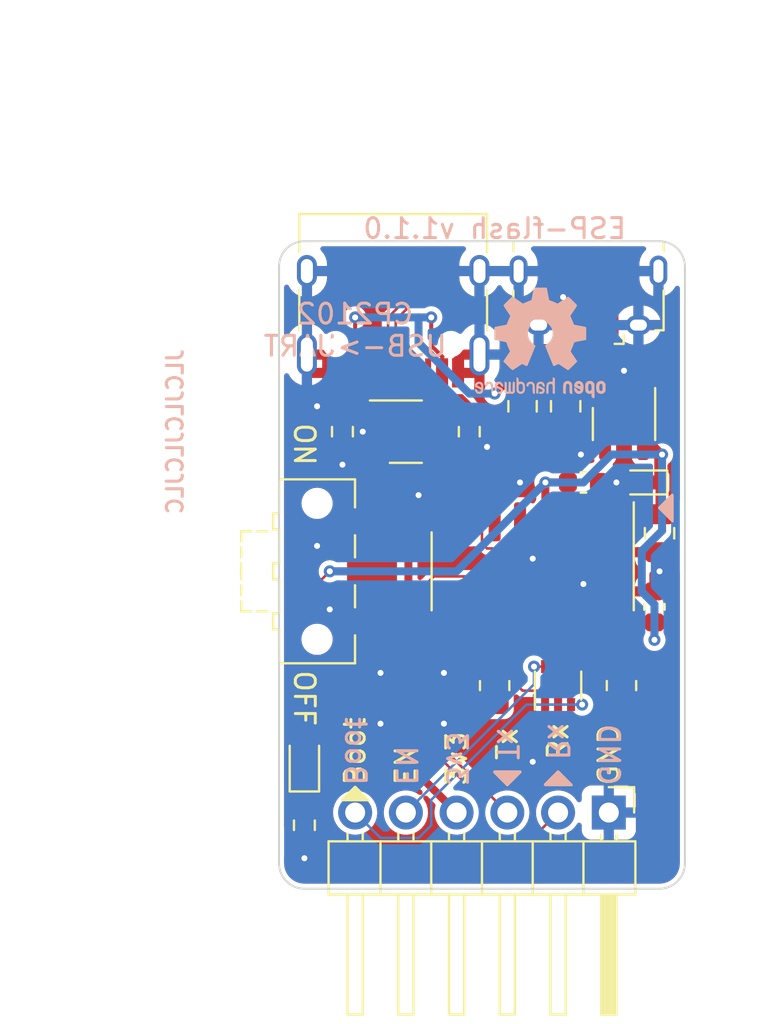
<source format=kicad_pcb>
(kicad_pcb (version 20211014) (generator pcbnew)
  (title_block (title "ESP-flash") (date "2023-01-03") (rev "v1.1.0") (company "OSH") (comment 1 "Drawn by: VGD"))
  (layers (0 "F.Cu" signal) (31 "B.Cu" signal) (34 "B.Paste" user) (35 "F.Paste" user) (36 "B.SilkS" user "B.Silkscreen") (37 "F.SilkS" user "F.Silkscreen") (38 "B.Mask" user) (39 "F.Mask" user) (44 "Edge.Cuts" user))
  (net 0 "")
  (net 1 "VBUS")
  (net 2 "GND")
  (net 3 "+3V3")
  (net 4 "/USB_D+")
  (net 6 "Net-(J102-PadA5)")
  (net 7 "/USB_D-")
  (net 9 "Net-(J102-PadB5)")
  (net 10 "/SER_TX")
  (net 11 "/SER_RX")
  (net 12 "/3v3_{SW}")
  (net 13 "/EN")
  (net 14 "/Boot")
  (net 15 "/RTS")
  (net 16 "Net-(Q101-Pad5)")
  (net 17 "Net-(Q101-Pad2)")
  (net 18 "/DTR")
  (net 26 "Net-(F101-Pad2)")
  (net 30 "Net-(D102-Pad1)")
  (footprint "Resistor_SMD:R_0805_2012Metric" (layer "F.Cu") (at 149.86 59.69 90)
    (fp_text reference "R104" hide)
    (fp_text value "10k")
    (pad "1" smd roundrect locked (at -0.9125 0 90) (size 1.025 1.4) (layers "F.Cu" "F.Paste" "F.Mask") (roundrect_rratio 0.243902) (net 16 "Net-(Q101-Pad5)"))
    (pad "2" smd roundrect locked (at 0.9125 0 90) (size 1.025 1.4) (layers "F.Cu" "F.Paste" "F.Mask") (roundrect_rratio 0.243902) (net 15 "/RTS"))
  )
  (footprint "Connector_USB_custom:USB_Micro-B_Amphenol_10118194_Horizontal" (layer "F.Cu") (at 148.209 40.259 180)
    (fp_text reference "J101" hide)
    (fp_text value "USB_B_Micro")
    (pad "1" smd rect (at -1.3 -1.4 180) (size 0.4 1.35) (layers "F.Cu" "F.Paste" "F.Mask") (net 26 "Net-(F101-Pad2)"))
    (pad "2" smd rect (at -0.65 -1.4 180) (size 0.4 1.35) (layers "F.Cu" "F.Paste" "F.Mask") (net 7 "/USB_D-"))
    (pad "3" smd rect (at 0 -1.4 180) (size 0.4 1.35) (layers "F.Cu" "F.Paste" "F.Mask") (net 4 "/USB_D+"))
    (pad "4" smd rect (at 0.65 -1.4 180) (size 0.4 1.35) (layers "F.Cu" "F.Paste" "F.Mask"))
    (pad "5" smd rect (at 1.3 -1.4 180) (size 0.4 1.35) (layers "F.Cu" "F.Paste" "F.Mask") (net 2 "GND"))
    (pad "6" thru_hole oval (at 2.5 -1.4 180) (size 1.25 0.95) (drill oval 0.85 0.55) (layers *.Cu *.Mask) (net 2 "GND"))
    (pad "6" thru_hole oval (at -2.5 -1.4 180) (size 1.25 0.95) (drill oval 0.85 0.55) (layers *.Cu *.Mask) (net 2 "GND"))
    (pad "6" thru_hole oval (at 3.5 1.3 180) (size 0.89 1.55) (drill oval 0.5 1.15) (layers *.Cu *.Mask) (net 2 "GND"))
    (pad "6" thru_hole oval (at -3.5 1.3 180) (size 0.89 1.55) (drill oval 0.5 1.15) (layers *.Cu *.Mask) (net 2 "GND"))
  )
  (footprint "Capacitor_SMD:C_0603_1608Metric" (layer "F.Cu") (at 147.955 49.53)
    (property "Value" "C14663")
    (fp_text reference "C103" hide)
    (fp_text value "100nF")
    (pad "1" smd roundrect locked (at -0.775 0) (size 0.9 0.95) (layers "F.Cu" "F.Paste" "F.Mask") (net 3 "+3V3"))
    (pad "2" smd roundrect locked (at 0.775 0) (size 0.9 0.95) (layers "F.Cu" "F.Paste" "F.Mask") (net 2 "GND"))
  )
  (footprint "Package_TO_SOT_SMD:SOT-23-6" (layer "F.Cu") (at 139.065 46.99)
    (fp_text reference "U101" hide)
    (fp_text value "ESD PROTECTION")
    (pad "1" smd roundrect locked (at -1.1375 -0.95) (size 1.325 0.6) (layers "F.Cu" "F.Paste" "F.Mask") (net 4 "/USB_D+"))
    (pad "2" smd roundrect locked (at -1.1375 0) (size 1.325 0.6) (layers "F.Cu" "F.Paste" "F.Mask") (net 2 "GND"))
    (pad "3" smd roundrect locked (at -1.1375 0.95) (size 1.325 0.6) (layers "F.Cu" "F.Paste" "F.Mask"))
    (pad "4" smd roundrect locked (at 1.1375 0.95) (size 1.325 0.6) (layers "F.Cu" "F.Paste" "F.Mask"))
    (pad "5" smd roundrect locked (at 1.1375 0) (size 1.325 0.6) (layers "F.Cu" "F.Paste" "F.Mask") (net 1 "VBUS"))
    (pad "6" smd roundrect locked (at 1.1375 -0.95) (size 1.325 0.6) (layers "F.Cu" "F.Paste" "F.Mask") (net 7 "/USB_D-"))
  )
  (footprint "Package_TO_SOT_SMD:SOT-23-5" (layer "F.Cu") (at 149.987 46.609 -90)
    (fp_text reference "U102" hide)
    (fp_text value "TLV75533PDBV")
    (pad "1" smd roundrect locked (at -1.1375 -0.95 270) (size 1.325 0.6) (layers "F.Cu" "F.Paste" "F.Mask") (net 1 "VBUS"))
    (pad "2" smd roundrect locked (at -1.1375 0 270) (size 1.325 0.6) (layers "F.Cu" "F.Paste" "F.Mask") (net 2 "GND"))
    (pad "3" smd roundrect locked (at -1.1375 0.95 270) (size 1.325 0.6) (layers "F.Cu" "F.Paste" "F.Mask") (net 1 "VBUS"))
    (pad "4" smd roundrect locked (at 1.1375 0.95 270) (size 1.325 0.6) (layers "F.Cu" "F.Paste" "F.Mask"))
    (pad "5" smd roundrect locked (at 1.1375 -0.95 270) (size 1.325 0.6) (layers "F.Cu" "F.Paste" "F.Mask") (net 3 "+3V3"))
  )
  (footprint "Package_SO:SOIC-16_3.9x9.9mm_P1.27mm" (layer "F.Cu") (at 145.415 53.975 -90)
    (fp_text reference "U103" hide)
    (fp_text value "CH340C")
    (pad "1" smd roundrect locked (at -2.475 -4.445 270) (size 1.95 0.6) (layers "F.Cu" "F.Paste" "F.Mask") (net 2 "GND"))
    (pad "2" smd roundrect locked (at -2.475 -3.175 270) (size 1.95 0.6) (layers "F.Cu" "F.Paste" "F.Mask") (net 10 "/SER_TX"))
    (pad "3" smd roundrect locked (at -2.475 -1.905 270) (size 1.95 0.6) (layers "F.Cu" "F.Paste" "F.Mask") (net 11 "/SER_RX"))
    (pad "4" smd roundrect locked (at -2.475 -0.635 270) (size 1.95 0.6) (layers "F.Cu" "F.Paste" "F.Mask") (net 3 "+3V3"))
    (pad "5" smd roundrect locked (at -2.475 0.635 270) (size 1.95 0.6) (layers "F.Cu" "F.Paste" "F.Mask") (net 4 "/USB_D+"))
    (pad "6" smd roundrect locked (at -2.475 1.905 270) (size 1.95 0.6) (layers "F.Cu" "F.Paste" "F.Mask") (net 7 "/USB_D-"))
    (pad "7" smd roundrect locked (at -2.475 3.175 270) (size 1.95 0.6) (layers "F.Cu" "F.Paste" "F.Mask"))
    (pad "8" smd roundrect locked (at -2.475 4.445 270) (size 1.95 0.6) (layers "F.Cu" "F.Paste" "F.Mask"))
    (pad "9" smd roundrect locked (at 2.475 4.445 270) (size 1.95 0.6) (layers "F.Cu" "F.Paste" "F.Mask"))
    (pad "10" smd roundrect locked (at 2.475 3.175 270) (size 1.95 0.6) (layers "F.Cu" "F.Paste" "F.Mask"))
    (pad "11" smd roundrect locked (at 2.475 1.905 270) (size 1.95 0.6) (layers "F.Cu" "F.Paste" "F.Mask"))
    (pad "12" smd roundrect locked (at 2.475 0.635 270) (size 1.95 0.6) (layers "F.Cu" "F.Paste" "F.Mask"))
    (pad "13" smd roundrect locked (at 2.475 -0.635 270) (size 1.95 0.6) (layers "F.Cu" "F.Paste" "F.Mask") (net 18 "/DTR"))
    (pad "14" smd roundrect locked (at 2.475 -1.905 270) (size 1.95 0.6) (layers "F.Cu" "F.Paste" "F.Mask") (net 15 "/RTS"))
    (pad "15" smd roundrect locked (at 2.475 -3.175 270) (size 1.95 0.6) (layers "F.Cu" "F.Paste" "F.Mask"))
    (pad "16" smd roundrect locked (at 2.475 -4.445 270) (size 1.95 0.6) (layers "F.Cu" "F.Paste" "F.Mask") (net 3 "+3V3"))
  )
  (footprint "Diode_SMD:D_SOD-523" (layer "F.Cu") (at 151.003 49.53 180)
    (fp_text reference "D101" hide)
    (fp_text value "ESD5Z3.3T1G")
    (pad "1" smd rect locked (at -0.7 0) (size 0.6 0.7) (layers "F.Cu" "F.Paste" "F.Mask") (net 3 "+3V3"))
    (pad "2" smd rect locked (at 0.7 0) (size 0.6 0.7) (layers "F.Cu" "F.Paste" "F.Mask") (net 2 "GND"))
  )
  (footprint "Capacitor_SMD:C_0603_1608Metric" (layer "F.Cu") (at 151.511 55.753 90)
    (property "Value" "10nF")
    (fp_text reference "C104" hide)
    (fp_text value "100nF")
    (pad "1" smd roundrect locked (at -0.775 0 90) (size 0.9 0.95) (layers "F.Cu" "F.Paste" "F.Mask") (net 3 "+3V3"))
    (pad "2" smd roundrect locked (at 0.775 0 90) (size 0.9 0.95) (layers "F.Cu" "F.Paste" "F.Mask") (net 2 "GND"))
  )
  (footprint "Resistor_SMD:R_0603_1608Metric" (layer "F.Cu") (at 133.985 66.675 -90)
    (fp_text reference "R105" hide)
    (fp_text value "10kΩ")
    (pad "1" smd roundrect locked (at -0.825 0 270) (size 0.8 0.95) (layers "F.Cu" "F.Paste" "F.Mask") (net 30 "Net-(D102-Pad1)"))
    (pad "2" smd roundrect locked (at 0.825 0 270) (size 0.8 0.95) (layers "F.Cu" "F.Paste" "F.Mask") (net 2 "GND"))
  )
  (footprint "Resistor_SMD:R_0603_1608Metric" (layer "F.Cu") (at 142.24 46.99 90)
    (fp_text reference "R102" hide)
    (fp_text value "5.1k")
    (pad "1" smd roundrect locked (at -0.825 0 90) (size 0.8 0.95) (layers "F.Cu" "F.Paste" "F.Mask") (net 2 "GND"))
    (pad "2" smd roundrect locked (at 0.825 0 90) (size 0.8 0.95) (layers "F.Cu" "F.Paste" "F.Mask") (net 6 "Net-(J102-PadA5)"))
  )
  (footprint "Capacitor_SMD:C_0805_2012Metric" (layer "F.Cu") (at 151.765 52.07 -90)
    (fp_text reference "C102" hide)
    (fp_text value "4.7uF/6V")
    (pad "1" smd roundrect locked (at -0.95 0 270) (size 1 1.45) (layers "F.Cu" "F.Paste" "F.Mask") (net 3 "+3V3"))
    (pad "2" smd roundrect locked (at 0.95 0 270) (size 1 1.45) (layers "F.Cu" "F.Paste" "F.Mask") (net 2 "GND"))
  )
  (footprint "Package_TO_SOT_SMD:SOT-363_SC-70-6" (layer "F.Cu") (at 146.685 59.69 90)
    (fp_text reference "Q101" hide)
    (fp_text value "MMDT3904")
    (pad "1" smd rect locked (at -0.95 -0.65 90) (size 0.65 0.4) (layers "F.Cu" "F.Paste" "F.Mask") (net 15 "/RTS"))
    (pad "2" smd rect locked (at -0.95 0 90) (size 0.65 0.4) (layers "F.Cu" "F.Paste" "F.Mask") (net 17 "Net-(Q101-Pad2)"))
    (pad "3" smd rect locked (at -0.95 0.65 90) (size 0.65 0.4) (layers "F.Cu" "F.Paste" "F.Mask") (net 14 "/Boot"))
    (pad "4" smd rect locked (at 0.95 0.65 90) (size 0.65 0.4) (layers "F.Cu" "F.Paste" "F.Mask") (net 18 "/DTR"))
    (pad "5" smd rect locked (at 0.95 0 90) (size 0.65 0.4) (layers "F.Cu" "F.Paste" "F.Mask") (net 16 "Net-(Q101-Pad5)"))
    (pad "6" smd rect locked (at 0.95 -0.65 90) (size 0.65 0.4) (layers "F.Cu" "F.Paste" "F.Mask") (net 13 "/EN"))
  )
  (footprint "LED_SMD:LED_0603_1608Metric" (layer "F.Cu") (at 133.985 63.5 90)
    (fp_text reference "D102" hide)
    (fp_text value "GREEN")
    (pad "1" smd roundrect locked (at -0.7875 0 90) (size 0.875 0.95) (layers "F.Cu" "F.Paste" "F.Mask") (net 30 "Net-(D102-Pad1)"))
    (pad "2" smd roundrect locked (at 0.7875 0 90) (size 0.875 0.95) (layers "F.Cu" "F.Paste" "F.Mask") (net 3 "+3V3"))
  )
  (footprint "Capacitor_SMD:C_0805_2012Metric" (layer "F.Cu") (at 147.066 45.72 90)
    (fp_text reference "C101" hide)
    (fp_text value "1uF/10V")
    (pad "1" smd roundrect locked (at -0.95 0 90) (size 1 1.45) (layers "F.Cu" "F.Paste" "F.Mask") (net 1 "VBUS"))
    (pad "2" smd roundrect locked (at 0.95 0 90) (size 1 1.45) (layers "F.Cu" "F.Paste" "F.Mask") (net 2 "GND"))
  )
  (footprint "Button_Switch_SMD:SW_SPDT_CK-JS102011SAQN" (layer "F.Cu") (at 134.62 53.975 -90)
    (fp_text reference "SW101" hide)
    (fp_text value "SW_SPDT")
    (pad "" np_thru_hole circle (at -3.4 0 270) (size 0.9 0.9) (drill 0.9) (layers *.Cu *.Mask))
    (pad "" np_thru_hole circle (at 3.4 0 270) (size 0.9 0.9) (drill 0.9) (layers *.Cu *.Mask))
    (pad "1" smd rect (at -2.5 -2.75 270) (size 1.25 2.5) (layers "F.Cu" "F.Paste" "F.Mask") (net 12 "/3v3_{SW}"))
    (pad "2" smd rect (at 0 -2.75 270) (size 1.25 2.5) (layers "F.Cu" "F.Paste" "F.Mask") (net 3 "+3V3"))
    (pad "3" smd rect (at 2.5 -2.75 270) (size 1.25 2.5) (layers "F.Cu" "F.Paste" "F.Mask") (net 30 "Net-(D102-Pad1)"))
  )
  (footprint "Resistor_SMD:R_0603_1608Metric" (layer "F.Cu") (at 135.89 46.99 90)
    (fp_text reference "R101" hide)
    (fp_text value "5.1k")
    (pad "1" smd roundrect locked (at -0.825 0 90) (size 0.8 0.95) (layers "F.Cu" "F.Paste" "F.Mask") (net 2 "GND"))
    (pad "2" smd roundrect locked (at 0.825 0 90) (size 0.8 0.95) (layers "F.Cu" "F.Paste" "F.Mask") (net 9 "Net-(J102-PadB5)"))
  )
  (footprint "Fuse:Fuse_0805_2012Metric_Pad1.15x1.40mm_HandSolder" (layer "F.Cu") (at 144.907 45.72 90)
    (fp_text reference "F101" hide)
    (fp_text value "0ZCK0050FF2E (TLC-PSMD050)")
    (pad "1" smd roundrect locked (at -1.025 0 90) (size 1.15 1.4) (layers "F.Cu" "F.Paste" "F.Mask") (roundrect_rratio 0.217391) (net 1 "VBUS"))
    (pad "2" smd roundrect locked (at 1.025 0 90) (size 1.15 1.4) (layers "F.Cu" "F.Paste" "F.Mask") (roundrect_rratio 0.217391) (net 26 "Net-(F101-Pad2)"))
  )
  (footprint "Connector_USB:USB_C_Receptacle_HRO_TYPE-C-31-M-12" (layer "F.Cu") (at 138.43 40.005 180)
    (fp_text reference "J102" hide)
    (fp_text value "USB_C_Receptacle_USB2.0")
    (pad "" np_thru_hole circle locked (at 2.89 -2.6 180) (size 0.65 0.65) (drill 0.65) (layers *.Cu *.Mask))
    (pad "" np_thru_hole circle locked (at -2.89 -2.6 180) (size 0.65 0.65) (drill 0.65) (layers *.Cu *.Mask))
    (pad "A1" smd rect locked (at -3.25 -4.045 180) (size 0.6 1.45) (layers "F.Cu" "F.Paste" "F.Mask") (net 2 "GND"))
    (pad "A4" smd rect locked (at -2.45 -4.045 180) (size 0.6 1.45) (layers "F.Cu" "F.Paste" "F.Mask") (net 26 "Net-(F101-Pad2)"))
    (pad "A5" smd rect locked (at -1.25 -4.045 180) (size 0.3 1.45) (layers "F.Cu" "F.Paste" "F.Mask") (net 6 "Net-(J102-PadA5)"))
    (pad "A6" smd rect locked (at -0.25 -4.045 180) (size 0.3 1.45) (layers "F.Cu" "F.Paste" "F.Mask") (net 4 "/USB_D+"))
    (pad "A7" smd rect locked (at 0.25 -4.045 180) (size 0.3 1.45) (layers "F.Cu" "F.Paste" "F.Mask") (net 7 "/USB_D-"))
    (pad "A8" smd rect locked (at 1.25 -4.045 180) (size 0.3 1.45) (layers "F.Cu" "F.Paste" "F.Mask"))
    (pad "A9" smd rect locked (at 2.45 -4.045 180) (size 0.6 1.45) (layers "F.Cu" "F.Paste" "F.Mask") (net 26 "Net-(F101-Pad2)"))
    (pad "A12" smd rect locked (at 3.25 -4.045 180) (size 0.6 1.45) (layers "F.Cu" "F.Paste" "F.Mask") (net 2 "GND"))
    (pad "B1" smd rect locked (at 3.25 -4.045 180) (size 0.6 1.45) (layers "F.Cu" "F.Paste" "F.Mask") (net 2 "GND"))
    (pad "B4" smd rect locked (at 2.45 -4.045 180) (size 0.6 1.45) (layers "F.Cu" "F.Paste" "F.Mask") (net 26 "Net-(F101-Pad2)"))
    (pad "B5" smd rect locked (at 1.75 -4.045 180) (size 0.3 1.45) (layers "F.Cu" "F.Paste" "F.Mask") (net 9 "Net-(J102-PadB5)"))
    (pad "B6" smd rect locked (at 0.75 -4.045 180) (size 0.3 1.45) (layers "F.Cu" "F.Paste" "F.Mask") (net 4 "/USB_D+"))
    (pad "B7" smd rect locked (at -0.75 -4.045 180) (size 0.3 1.45) (layers "F.Cu" "F.Paste" "F.Mask") (net 7 "/USB_D-"))
    (pad "B8" smd rect locked (at -1.75 -4.045 180) (size 0.3 1.45) (layers "F.Cu" "F.Paste" "F.Mask"))
    (pad "B9" smd rect locked (at -2.45 -4.045 180) (size 0.6 1.45) (layers "F.Cu" "F.Paste" "F.Mask") (net 26 "Net-(F101-Pad2)"))
    (pad "B12" smd rect locked (at -3.25 -4.045 180) (size 0.6 1.45) (layers "F.Cu" "F.Paste" "F.Mask") (net 2 "GND"))
    (pad "S1" thru_hole oval locked (at 4.32 1.05 180) (size 1 1.6) (drill oval 0.6 1.2) (layers *.Cu *.Mask) (net 2 "GND"))
    (pad "S1" thru_hole oval locked (at -4.32 -3.13 180) (size 1 2.1) (drill oval 0.6 1.7) (layers *.Cu *.Mask) (net 2 "GND"))
    (pad "S1" thru_hole oval locked (at 4.32 -3.13 180) (size 1 2.1) (drill oval 0.6 1.7) (layers *.Cu *.Mask) (net 2 "GND"))
    (pad "S1" thru_hole oval locked (at -4.32 1.05 180) (size 1 1.6) (drill oval 0.6 1.2) (layers *.Cu *.Mask) (net 2 "GND"))
  )
  (footprint "Connector_PinHeader_2.54mm:PinHeader_1x06_P2.54mm_Horizontal" (layer "F.Cu") (at 149.225 66.04 -90)
    (fp_text reference "J103" hide)
    (fp_text value "Conn_01x06")
    (pad "1" thru_hole rect locked (at 0 0 270) (size 1.7 1.7) (drill 1) (layers *.Cu *.Mask) (net 2 "GND"))
    (pad "2" thru_hole oval locked (at 0 2.54 270) (size 1.7 1.7) (drill 1) (layers *.Cu *.Mask) (net 11 "/SER_RX"))
    (pad "3" thru_hole oval locked (at 0 5.08 270) (size 1.7 1.7) (drill 1) (layers *.Cu *.Mask) (net 10 "/SER_TX"))
    (pad "4" thru_hole oval locked (at 0 7.62 270) (size 1.7 1.7) (drill 1) (layers *.Cu *.Mask) (net 12 "/3v3_{SW}"))
    (pad "5" thru_hole oval locked (at 0 10.16 270) (size 1.7 1.7) (drill 1) (layers *.Cu *.Mask) (net 13 "/EN"))
    (pad "6" thru_hole oval locked (at 0 12.7 270) (size 1.7 1.7) (drill 1) (layers *.Cu *.Mask) (net 14 "/Boot"))
  )
  (footprint "Resistor_SMD:R_0805_2012Metric" (layer "F.Cu") (at 143.51 59.69 -90)
    (fp_text reference "R103" hide)
    (fp_text value "10k")
    (pad "1" smd roundrect locked (at -0.9125 0 270) (size 1.025 1.4) (layers "F.Cu" "F.Paste" "F.Mask") (roundrect_rratio 0.243902) (net 17 "Net-(Q101-Pad2)"))
    (pad "2" smd roundrect locked (at 0.9125 0 270) (size 1.025 1.4) (layers "F.Cu" "F.Paste" "F.Mask") (roundrect_rratio 0.243902) (net 18 "/DTR"))
  )
  (footprint "Symbol:OSHW-Logo2_7.3x6mm_SilkScreen" (layer "B.Cu") (at 145.796 42.545 180)
    (fp_text reference "LOGO101" hide)
    (fp_text value "Open_Hardware" hide)
  )
  (gr_poly (pts (xy 152.4 50.165) (xy 152.4 51.435) (xy 151.765 50.8)) (layer "B.SilkS") (width 0.15) (fill solid))
  (gr_poly (pts (xy 147.32 64.643) (xy 146.05 64.643) (xy 146.685 64.008)) (layer "B.SilkS") (width 0.15) (fill solid))
  (gr_poly (pts (xy 144.145 64.643) (xy 143.51 64.008) (xy 144.78 64.008)) (layer "B.SilkS") (width 0.15) (fill solid))
  (gr_poly (pts (xy 146.05 64.643) (xy 147.32 64.643) (xy 146.685 64.008)) (layer "F.SilkS") (width 0.15) (fill solid))
  (gr_poly (pts (xy 144.145 64.643) (xy 144.78 64.008) (xy 143.51 64.008)) (layer "F.SilkS") (width 0.15) (fill solid))
  (gr_poly (pts (xy 136.525 64.77) (xy 135.89 65.405) (xy 137.16 65.405)) (layer "F.SilkS") (width 0.15) (fill solid))
  (gr_line (start 133.985 69.85) (end 151.765 69.85) (layer "Edge.Cuts") (width 0.1))
  (gr_arc (start 133.985 69.85) (mid 133.086974 69.478026) (end 132.715 68.58) (layer "Edge.Cuts") (width 0.1))
  (gr_line (start 153.035 68.58) (end 153.035 38.735) (layer "Edge.Cuts") (width 0.1))
  (gr_line (start 151.765 37.465) (end 133.985 37.465) (layer "Edge.Cuts") (width 0.1))
  (gr_arc (start 132.715 38.735) (mid 133.086974 37.836974) (end 133.985 37.465) (layer "Edge.Cuts") (width 0.1))
  (gr_arc (start 151.765 37.465) (mid 152.663026 37.836974) (end 153.035 38.735) (layer "Edge.Cuts") (width 0.1))
  (gr_line (start 132.715 38.735) (end 132.715 68.58) (layer "Edge.Cuts") (width 0.1))
  (gr_arc (start 153.035 68.58) (mid 152.663026 69.478026) (end 151.765 69.85) (layer "Edge.Cuts") (width 0.1))
  (gr_text "Rx" (at 146.685 63.5 270) (layer "B.SilkS") (effects (font (size 1 1)) (justify left mirror)))
  (gr_text "EN" (at 139.078775 64.762075 270) (layer "B.SilkS") (effects (font (size 1 1)) (justify left mirror)))
  (gr_text "${TITLE} ${REVISION}" (at 143.51 36.83) (layer "B.SilkS") (effects (font (size 1 1)) (justify mirror)))
  (gr_text "Boot" (at 136.538775 64.762075 270) (layer "B.SilkS") (effects (font (size 1 1)) (justify left mirror)))
  (gr_text "Tx" (at 144.145 63.5 270) (layer "B.SilkS") (effects (font (size 1 1)) (justify left mirror)))
  (gr_text "JLCJLCJLCJLC" (at 127.508 46.99 90) (layer "B.SilkS") (effects (font (size 0.8 0.8)) (justify mirror)))
  (gr_text "CP2102\nUSB->UART" (at 136.525 41.91) (layer "B.SilkS") (effects (font (size 1 1)) (justify mirror)))
  (gr_text "GND" (at 149.225 64.77 270) (layer "B.SilkS") (effects (font (size 1 1)) (justify left mirror)))
  (gr_text "3v3" (at 141.605 64.77 270) (layer "B.SilkS") (effects (font (size 1 1)) (justify left mirror)))
  (gr_text "ON" (at 133.985 47.625 270) (layer "F.SilkS") (effects (font (size 1 1))))
  (gr_text "Tx" (at 144.145 63.5 90) (layer "F.SilkS") (effects (font (size 1 1)) (justify left)))
  (gr_text "Boot" (at 136.525 64.77 90) (layer "F.SilkS") (effects (font (size 1 1)) (justify left)))
  (gr_text "GND" (at 149.225 64.77 90) (layer "F.SilkS") (effects (font (size 1 1)) (justify left)))
  (gr_text "EN" (at 139.065 64.77 90) (layer "F.SilkS") (effects (font (size 1 1)) (justify left)))
  (gr_text "Rx" (at 146.685 63.5 90) (layer "F.SilkS") (effects (font (size 1 1)) (justify left)))
  (gr_text "OFF" (at 133.985 60.325 270) (layer "F.SilkS") (effects (font (size 1 1))))
  (gr_text "3v3" (at 141.605 64.77 90) (layer "F.SilkS") (effects (font (size 1 1)) (justify left)))
  (segment (start 150.937 45.4715) (end 150.937 46.294) (width 0.4) (layer "F.Cu") (net 1))
  (segment (start 149.098 46.609) (end 149.037 46.548) (width 0.4) (layer "F.Cu") (net 1))
  (segment (start 147.188 46.548) (end 147.066 46.67) (width 0.4) (layer "F.Cu") (net 1))
  (segment (start 150.622 46.609) (end 149.098 46.609) (width 0.4) (layer "F.Cu") (net 1))
  (segment (start 149.037 45.4715) (end 149.037 46.548) (width 0.4) (layer "F.Cu") (net 1))
  (segment (start 143.002 46.99) (end 143.322 46.67) (width 0.4) (layer "F.Cu") (net 1))
  (segment (start 150.937 46.294) (end 150.622 46.609) (width 0.4) (layer "F.Cu") (net 1))
  (segment (start 149.037 46.548) (end 147.188 46.548) (width 0.4) (layer "F.Cu") (net 1))
  (segment (start 143.322 46.67) (end 147.066 46.67) (width 0.4) (layer "F.Cu") (net 1))
  (segment (start 140.2025 46.99) (end 143.002 46.99) (width 0.4) (layer "F.Cu") (net 1))
  (segment (start 133.985 67.5) (end 133.985 68.326) (width 0.2) (layer "F.Cu") (net 2))
  (segment (start 146.909 40.289) (end 146.939 40.259) (width 0.4) (layer "F.Cu") (net 2))
  (segment (start 142.24 47.815) (end 143.066 47.815) (width 0.2) (layer "F.Cu") (net 2))
  (segment (start 143.066 47.815) (end 143.129 47.752) (width 0.2) (layer "F.Cu") (net 2))
  (segment (start 151.511 54.229) (end 151.765 53.975) (width 0.2) (layer "F.Cu") (net 2))
  (segment (start 135.89 47.815) (end 135.89 48.641) (width 0.2) (layer "F.Cu") (net 2))
  (segment (start 151.765 53.02) (end 151.765 53.975) (width 0.2) (layer "F.Cu") (net 2))
  (segment (start 149.606 50.038) (end 149.606 49.53) (width 0.4) (layer "F.Cu") (net 2))
  (segment (start 137.9275 46.99) (end 136.906 46.99) (width 0.2) (layer "F.Cu") (net 2))
  (segment (start 149.86 51.5) (end 149.86 50.292) (width 0.4) (layer "F.Cu") (net 2))
  (segment (start 150.303 49.53) (end 149.606 49.53) (width 0.2) (layer "F.Cu") (net 2))
  (segment (start 147.254 44.77) (end 147.828 44.196) (width 0.4) (layer "F.Cu") (net 2))
  (segment (start 149.479 43.942) (end 149.987 43.942) (width 0.4) (layer "F.Cu") (net 2))
  (segment (start 147.066 44.77) (end 147.254 44.77) (width 0.4) (layer "F.Cu") (net 2))
  (segment (start 149.86 50.292) (end 149.606 50.038) (width 0.4) (layer "F.Cu") (net 2))
  (segment (start 151.511 54.978) (end 151.511 54.229) (width 0.2) (layer "F.Cu") (net 2))
  (segment (start 149.225 44.196) (end 149.479 43.942) (width 0.4) (layer "F.Cu") (net 2))
  (segment (start 146.909 41.659) (end 146.909 40.289) (width 0.4) (layer "F.Cu") (net 2))
  (segment (start 149.987 45.4715) (end 149.987 43.942) (width 0.2) (layer "F.Cu") (net 2))
  (segment (start 147.828 44.196) (end 149.225 44.196) (width 0.4) (layer "F.Cu") (net 2))
  (segment (start 148.73 49.53) (end 149.606 49.53) (width 0.2) (layer "F.Cu") (net 2))
  (via (at 145.415 53.34) (size 0.6) (drill 0.3) (layers "F.Cu" "B.Cu") (net 2))
  (via (at 145.415 63.5) (size 0.6) (drill 0.3) (layers "F.Cu" "B.Cu") (net 2))
  (via (at 149.606 49.53) (size 0.6) (drill 0.3) (layers "F.Cu" "B.Cu") (net 2))
  (via (at 144.78 49.53) (size 0.6) (drill 0.3) (layers "F.Cu" "B.Cu") (net 2))
  (via (at 151.765 53.975) (size 0.6) (drill 0.3) (layers "F.Cu" "B.Cu") (net 2))
  (via (at 146.939 40.259) (size 0.6) (drill 0.3) (layers "F.Cu" "B.Cu") (net 2))
  (via (at 135.89 48.641) (size 0.6) (drill 0.3) (layers "F.Cu" "B.Cu") (net 2))
  (via (at 135.255 55.88) (size 0.6) (drill 0.3) (layers "F.Cu" "B.Cu") (net 2))
  (via (at 147.828 48.133) (size 0.6) (drill 0.3) (layers "F.Cu" "B.Cu") (net 2))
  (via (at 139.7 50.165) (size 0.6) (drill 0.3) (layers "F.Cu" "B.Cu") (net 2))
  (via (at 137.795 61.595) (size 0.6) (drill 0.3) (layers "F.Cu" "B.Cu") (net 2))
  (via (at 136.906 46.99) (size 0.6) (drill 0.3) (layers "F.Cu" "B.Cu") (net 2))
  (via (at 149.987 43.942) (size 0.6) (drill 0.3) (layers "F.Cu" "B.Cu") (net 2))
  (via (at 134.62 52.705) (size 0.6) (drill 0.3) (layers "F.Cu" "B.Cu") (net 2))
  (via (at 147.955 54.61) (size 0.6) (drill 0.3) (layers "F.Cu" "B.Cu") (net 2))
  (via (at 140.97 59.055) (size 0.6) (drill 0.3) (layers "F.Cu" "B.Cu") (net 2))
  (via (at 133.985 68.326) (size 0.6) (drill 0.3) (layers "F.Cu" "B.Cu") (net 2))
  (via (at 137.795 59.055) (size 0.6) (drill 0.3) (layers "F.Cu" "B.Cu") (net 2))
  (via (at 143.129 47.752) (size 0.6) (drill 0.3) (layers "F.Cu" "B.Cu") (net 2))
  (via (at 134.62 45.72) (size 0.6) (drill 0.3) (layers "F.Cu" "B.Cu") (net 2))
  (via (at 140.97 61.595) (size 0.6) (drill 0.3) (layers "F.Cu" "B.Cu") (net 2))
  (segment (start 150.937 47.7465) (end 151.5055 47.7465) (width 0.4) (layer "F.Cu") (net 3))
  (segment (start 146.05 51.5) (end 146.05 49.53) (width 0.4) (layer "F.Cu") (net 3))
  (segment (start 146.05 49.53) (end 147.18 49.53) (width 0.4) (layer "F.Cu") (net 3))
  (segment (start 151.765 51.12) (end 151.765 49.592) (width 0.4) (layer "F.Cu") (net 3))
  (segment (start 151.433 56.45) (end 151.511 56.528) (width 0.4) (layer "F.Cu") (net 3))
  (segment (start 151.703 49.53) (end 151.703 48.322) (width 0.4) (layer "F.Cu") (net 3))
  (segment (start 137.37 53.975) (end 135.255 53.975) (width 0.4) (layer "F.Cu") (net 3))
  (segment (start 151.511 56.528) (end 151.511 57.404) (width 0.4) (layer "F.Cu") (net 3))
  (segment (start 133.604 59.309) (end 133.985 59.69) (width 0.127) (layer "F.Cu") (net 3))
  (segment (start 133.604 55.626) (end 133.604 59.309) (width 0.127) (layer "F.Cu") (net 3))
  (segment (start 133.985 59.69) (end 133.985 62.7125) (width 0.127) (layer "F.Cu") (net 3))
  (segment (start 151.703 48.322) (end 151.892 48.133) (width 0.4) (layer "F.Cu") (net 3))
  (segment (start 135.255 53.975) (end 133.604 55.626) (width 0.127) (layer "F.Cu") (net 3))
  (segment (start 151.765 49.592) (end 151.703 49.53) (width 0.4) (layer "F.Cu") (net 3))
  (segment (start 149.86 56.45) (end 151.433 56.45) (width 0.4) (layer "F.Cu") (net 3))
  (segment (start 151.5055 47.7465) (end 151.892 48.133) (width 0.4) (layer "F.Cu") (net 3))
  (via (at 151.892 48.133) (size 0.6) (drill 0.3) (layers "F.Cu" "B.Cu") (net 3))
  (via (at 146.05 49.53) (size 0.6) (drill 0.3) (layers "F.Cu" "B.Cu") (net 3))
  (via (at 151.511 57.404) (size 0.6) (drill 0.3) (layers "F.Cu" "B.Cu") (net 3))
  (via (at 135.255 53.975) (size 0.6) (drill 0.3) (layers "F.Cu" "B.Cu") (net 3))
  (segment (start 150.876 54.991) (end 151.511 55.626) (width 0.4) (layer "B.Cu") (net 3))
  (segment (start 150.876 52.959) (end 150.876 54.991) (width 0.4) (layer "B.Cu") (net 3))
  (segment (start 147.955 49.53) (end 146.05 49.53) (width 0.4) (layer "B.Cu") (net 3))
  (segment (start 146.05 49.53) (end 141.605 53.975) (width 0.4) (layer "B.Cu") (net 3))
  (segment (start 151.892 48.133) (end 151.892 51.943) (width 0.4) (layer "B.Cu") (net 3))
  (segment (start 151.892 51.943) (end 150.876 52.959) (width 0.4) (layer "B.Cu") (net 3))
  (segment (start 149.352 48.133) (end 147.955 49.53) (width 0.4) (layer "B.Cu") (net 3))
  (segment (start 141.605 53.975) (end 135.255 53.975) (width 0.4) (layer "B.Cu") (net 3))
  (segment (start 151.892 48.133) (end 149.352 48.133) (width 0.4) (layer "B.Cu") (net 3))
  (segment (start 151.511 55.626) (end 151.511 57.404) (width 0.4) (layer "B.Cu") (net 3))
  (segment (start 145.034 42.672) (end 143.256 40.894) (width 0.127) (layer "F.Cu") (net 4))
  (segment (start 137.68 45.097) (end 137.791 45.208) (width 0.127) (layer "F.Cu") (net 4))
  (segment (start 138.877 46.04) (end 138.938 46.101) (width 0.127) (layer "F.Cu") (net 4))
  (segment (start 137.9275 46.04) (end 138.877 46.04) (width 0.127) (layer "F.Cu") (net 4))
  (segment (start 142.621 49.276) (end 142.875 49.53) (width 0.127) (layer "F.Cu") (net 4))
  (segment (start 141.732 40.894) (end 140.843 40.005) (width 0.127) (layer "F.Cu") (net 4))
  (segment (start 143.129 52.832) (end 144.526 52.832) (width 0.127) (layer "F.Cu") (net 4))
  (segment (start 147.998 42.672) (end 145.034 42.672) (width 0.127) (layer "F.Cu") (net 4))
  (segment (start 138.938 48.514) (end 139.7 49.276) (width 0.127) (layer "F.Cu") (net 4))
  (segment (start 139.446 40.005) (end 138.176 41.275) (width 0.127) (layer "F.Cu") (net 4))
  (segment (start 137.791 45.208) (end 138.68 45.208) (width 0.127) (layer "F.Cu") (net 4))
  (segment (start 138.176 41.275) (end 138.176 42.545) (width 0.127) (layer "F.Cu") (net 4))
  (segment (start 148.209 42.461) (end 147.998 42.672) (width 0.127) (layer "F.Cu") (net 4))
  (segment (start 138.938 45.466) (end 138.938 46.101) (width 0.127) (layer "F.Cu") (net 4))
  (segment (start 143.256 40.894) (end 141.732 40.894) (width 0.127) (layer "F.Cu") (net 4))
  (segment (start 137.68 43.041) (end 137.68 44.05) (width 0.127) (layer "F.Cu") (net 4))
  (segment (start 139.7 49.276) (end 142.621 49.276) (width 0.127) (layer "F.Cu") (net 4))
  (segment (start 148.209 41.659) (end 148.209 42.461) (width 0.127) (layer "F.Cu") (net 4))
  (segment (start 137.68 44.05) (end 137.68 45.097) (width 0.127) (layer "F.Cu") (net 4))
  (segment (start 138.938 46.101) (end 138.938 48.514) (width 0.127) (layer "F.Cu") (net 4))
  (segment (start 140.843 40.005) (end 139.446 40.005) (width 0.127) (layer "F.Cu") (net 4))
  (segment (start 142.875 52.578) (end 143.129 52.832) (width 0.127) (layer "F.Cu") (net 4))
  (segment (start 144.78 52.578) (end 144.78 51.5) (width 0.127) (layer "F.Cu") (net 4))
  (segment (start 138.68 44.05) (end 138.68 45.208) (width 0.127) (layer "F.Cu") (net 4))
  (segment (start 144.526 52.832) (end 144.78 52.578) (width 0.127) (layer "F.Cu") (net 4))
  (segment (start 138.176 42.545) (end 137.68 43.041) (width 0.127) (layer "F.Cu") (net 4))
  (segment (start 142.875 49.53) (end 142.875 52.578) (width 0.127) (layer "F.Cu") (net 4))
  (segment (start 138.68 45.208) (end 138.938 45.466) (width 0.127) (layer "F.Cu") (net 4))
  (segment (start 142.24 45.593) (end 142.24 46.165) (width 0.2) (layer "F.Cu") (net 6))
  (segment (start 139.68 44.05) (end 139.68 44.938) (width 0.2) (layer "F.Cu") (net 6))
  (segment (start 141.859 45.212) (end 142.24 45.593) (width 0.2) (layer "F.Cu") (net 6))
  (segment (start 139.68 44.938) (end 139.954 45.212) (width 0.2) (layer "F.Cu") (net 6))
  (segment (start 139.954 45.212) (end 141.859 45.212) (width 0.2) (layer "F.Cu") (net 6))
  (segment (start 139.18 44.05) (end 139.18 45.085) (width 0.127) (layer "F.Cu") (net 7))
  (segment (start 139.31348 48.39252) (end 139.81596 48.895) (width 0.127) (layer "F.Cu") (net 7))
  (segment (start 139.31348 45.339) (end 139.31348 45.97952) (width 0.127) (layer "F.Cu") (net 7))
  (segment (start 138.557 41.402) (end 138.557 43.053) (width 0.127) (layer "F.Cu") (net 7))
  (segment (start 148.859 41.659) (end 148.859 42.657) (width 0.127) (layer "F.Cu") (net 7))
  (segment (start 139.827 48.895) (end 142.875 48.895) (width 0.127) (layer "F.Cu") (net 7))
  (segment (start 140.2025 46.04) (end 139.37396 46.04) (width 0.127) (layer "F.Cu") (net 7))
  (segment (start 148.859 42.657) (end 148.463 43.053) (width 0.127) (layer "F.Cu") (net 7))
  (segment (start 140.716 40.386) (end 139.573 40.386) (width 0.127) (layer "F.Cu") (net 7))
  (segment (start 142.875 48.895) (end 143.51 49.53) (width 0.127) (layer "F.Cu") (net 7))
  (segment (start 138.303 43.053) (end 138.18 43.176) (width 0.2) (layer "F.Cu") (net 7))
  (segment (start 138.557 43.053) (end 138.303 43.053) (width 0.2) (layer "F.Cu") (net 7))
  (segment (start 139.18 44.05) (end 139.18 43.168) (width 0.2) (layer "F.Cu") (net 7))
  (segment (start 139.065 43.053) (end 138.557 43.053) (width 0.2) (layer "F.Cu") (net 7))
  (segment (start 143.51 49.53) (end 143.51 51.5) (width 0.127) (layer "F.Cu") (net 7))
  (segment (start 139.573 40.386) (end 138.557 41.402) (width 0.127) (layer "F.Cu") (net 7))
  (segment (start 139.18 45.085) (end 139.31348 45.339) (width 0.127) (layer "F.Cu") (net 7))
  (segment (start 138.18 43.176) (end 138.18 44.05) (width 0.2) (layer "F.Cu") (net 7))
  (segment (start 139.31348 45.97952) (end 139.31348 48.39252) (width 0.127) (layer "F.Cu") (net 7))
  (segment (start 143.129 41.275) (end 141.605 41.275) (width 0.127) (layer "F.Cu") (net 7))
  (segment (start 148.463 43.053) (end 144.907 43.053) (width 0.127) (layer "F.Cu") (net 7))
  (segment (start 144.907 43.053) (end 143.129 41.275) (width 0.127) (layer "F.Cu") (net 7))
  (segment (start 141.605 41.275) (end 140.716 40.386) (width 0.127) (layer "F.Cu") (net 7))
  (segment (start 139.18 43.168) (end 139.065 43.053) (width 0.2) (layer "F.Cu") (net 7))
  (segment (start 139.37396 46.04) (end 139.31348 45.97952) (width 0.127) (layer "F.Cu") (net 7))
  (segment (start 136.144 45.339) (end 135.89 45.593) (width 0.2) (layer "F.Cu") (net 9))
  (segment (start 136.68 44.93) (end 136.271 45.339) (width 0.2) (layer "F.Cu") (net 9))
  (segment (start 136.271 45.339) (end 136.144 45.339) (width 0.2) (layer "F.Cu") (net 9))
  (segment (start 135.89 45.593) (end 135.89 46.165) (width 0.2) (layer "F.Cu") (net 9))
  (segment (start 136.68 44.05) (end 136.68 44.93) (width 0.2) (layer "F.Cu") (net 9))
  (segment (start 140.589 54.61) (end 140.081 55.118) (width 0.127) (layer "F.Cu") (net 10))
  (segment (start 148.336 52.959) (end 147.574 52.959) (width 0.127) (layer "F.Cu") (net 10))
  (segment (start 148.59 52.705) (end 148.336 52.959) (width 0.127) (layer "F.Cu") (net 10))
  (segment (start 140.081 55.118) (end 140.081 61.976) (width 0.127) (layer "F.Cu") (net 10))
  (segment (start 145.923 54.61) (end 140.589 54.61) (width 0.127) (layer "F.Cu") (net 10))
  (segment (start 140.081 61.976) (end 144.145 66.04) (width 0.127) (layer "F.Cu") (net 10))
  (segment (start 147.574 52.959) (end 145.923 54.61) (width 0.127) (layer "F.Cu") (net 10))
  (segment (start 148.59 51.5) (end 148.59 52.705) (width 0.127) (layer "F.Cu") (net 10))
  (segment (start 142.875 66.675) (end 143.51 67.31) (width 0.127) (layer "F.Cu") (net 11))
  (segment (start 139.7 62.23) (end 142.875 65.405) (width 0.127) (layer "F.Cu") (net 11))
  (segment (start 143.51 67.31) (end 145.415 67.31) (width 0.127) (layer "F.Cu") (net 11))
  (segment (start 145.415 67.31) (end 146.685 66.04) (width 0.127) (layer "F.Cu") (net 11))
  (segment (start 145.796 54.229) (end 140.462 54.229) (width 0.127) (layer "F.Cu") (net 11))
  (segment (start 140.462 54.229) (end 139.7 54.991) (width 0.127) (layer "F.Cu") (net 11))
  (segment (start 139.7 54.991) (end 139.7 62.23) (width 0.127) (layer "F.Cu") (net 11))
  (segment (start 142.875 65.405) (end 142.875 66.675) (width 0.127) (layer "F.Cu") (net 11))
  (segment (start 147.32 52.705) (end 145.796 54.229) (width 0.127) (layer "F.Cu") (net 11))
  (segment (start 147.32 51.5) (end 147.32 52.705) (width 0.127) (layer "F.Cu") (net 11))
  (segment (start 139.192 51.816) (end 139.192 63.627) (width 0.4) (layer "F.Cu") (net 12))
  (segment (start 137.37 51.475) (end 138.851 51.475) (width 0.4) (layer "F.Cu") (net 12))
  (segment (start 139.192 63.627) (end 141.605 66.04) (width 0.4) (layer "F.Cu") (net 12))
  (segment (start 138.851 51.475) (end 139.192 51.816) (width 0.4) (layer "F.Cu") (net 12))
  (segment (start 146.035 58.74) (end 145.481 58.74) (width 0.127) (layer "F.Cu") (net 13))
  (via (at 145.481 58.74) (size 0.6) (drill 0.3) (layers "F.Cu" "B.Cu") (net 13))
  (segment (start 139.065 66.04) (end 145.481 59.624) (width 0.127) (layer "B.Cu") (net 13))
  (segment (start 145.481 59.624) (end 145.481 58.74) (width 0.127) (layer "B.Cu") (net 13))
  (segment (start 147.335 60.64) (end 147.889 60.64) (width 0.127) (layer "F.Cu") (net 14))
  (via (at 147.889 60.64) (size 0.6) (drill 0.3) (layers "F.Cu" "B.Cu") (net 14))
  (segment (start 145.1 60.64) (end 147.889 60.64) (width 0.127) (layer "B.Cu") (net 14))
  (segment (start 140.335 65.405) (end 145.1 60.64) (width 0.127) (layer "B.Cu") (net 14))
  (segment (start 140.335 66.675) (end 140.335 65.405) (width 0.127) (layer "B.Cu") (net 14))
  (segment (start 139.7 67.31) (end 140.335 66.675) (width 0.127) (layer "B.Cu") (net 14))
  (segment (start 136.525 66.04) (end 137.795 67.31) (width 0.127) (layer "B.Cu") (net 14))
  (segment (start 137.795 67.31) (end 139.7 67.31) (width 0.127) (layer "B.Cu") (net 14))
  (segment (start 147.32 57.658) (end 148.4395 58.7775) (width 0.127) (layer "F.Cu") (net 15))
  (segment (start 146.304 61.468) (end 146.035 61.199) (width 0.127) (layer "F.Cu") (net 15))
  (segment (start 150.0905 58.7775) (end 150.876 59.563) (width 0.127) (layer "F.Cu") (net 15))
  (segment (start 148.4395 58.7775) (end 149.86 58.7775) (width 0.127) (layer "F.Cu") (net 15))
  (segment (start 149.86 58.7775) (end 150.0905 58.7775) (width 0.127) (layer "F.Cu") (net 15))
  (segment (start 150.495 61.468) (end 146.304 61.468) (width 0.127) (layer "F.Cu") (net 15))
  (segment (start 146.035 61.199) (end 146.035 60.64) (width 0.127) (layer "F.Cu") (net 15))
  (segment (start 150.876 61.087) (end 150.495 61.468) (width 0.127) (layer "F.Cu") (net 15))
  (segment (start 150.876 59.563) (end 150.876 61.087) (width 0.127) (layer "F.Cu") (net 15))
  (segment (start 147.32 56.45) (end 147.335 56.465) (width 0.127) (layer "F.Cu") (net 15))
  (segment (start 147.32 56.45) (end 147.32 57.658) (width 0.127) (layer "F.Cu") (net 15))
  (segment (start 148.9945 60.6025) (end 149.86 60.6025) (width 0.127) (layer "F.Cu") (net 16))
  (segment (start 146.685 59.309) (end 146.939 59.563) (width 0.127) (layer "F.Cu") (net 16))
  (segment (start 146.685 58.74) (end 146.685 59.309) (width 0.127) (layer "F.Cu") (net 16))
  (segment (start 146.939 59.563) (end 147.955 59.563) (width 0.127) (layer "F.Cu") (net 16))
  (segment (start 147.955 59.563) (end 148.9945 60.6025) (width 0.127) (layer "F.Cu") (net 16))
  (segment (start 146.431 59.944) (end 146.685 60.198) (width 0.127) (layer "F.Cu") (net 17))
  (segment (start 143.7405 58.7775) (end 144.907 59.944) (width 0.127) (layer "F.Cu") (net 17))
  (segment (start 146.685 60.198) (end 146.685 60.64) (width 0.127) (layer "F.Cu") (net 17))
  (segment (start 143.51 58.7775) (end 143.7405 58.7775) (width 0.127) (layer "F.Cu") (net 17))
  (segment (start 144.907 59.944) (end 146.431 59.944) (width 0.127) (layer "F.Cu") (net 17))
  (segment (start 146.05 57.912) (end 147.066 57.912) (width 0.127) (layer "F.Cu") (net 18))
  (segment (start 143.2795 60.6025) (end 142.494 59.817) (width 0.127) (layer "F.Cu") (net 18))
  (segment (start 142.494 58.293) (end 142.875 57.912) (width 0.127) (layer "F.Cu") (net 18))
  (segment (start 147.335 58.181) (end 147.066 57.912) (width 0.127) (layer "F.Cu") (net 18))
  (segment (start 142.494 59.817) (end 142.494 58.293) (width 0.127) (layer "F.Cu") (net 18))
  (segment (start 147.335 58.74) (end 147.335 58.181) (width 0.127) (layer "F.Cu") (net 18))
  (segment (start 142.875 57.912) (end 146.05 57.912) (width 0.127) (layer "F.Cu") (net 18))
  (segment (start 146.05 56.45) (end 146.05 57.912) (width 0.127) (layer "F.Cu") (net 18))
  (segment (start 143.51 60.6025) (end 143.2795 60.6025) (width 0.127) (layer "F.Cu") (net 18))
  (segment (start 140.335 41.275) (end 140.335 42.687055) (width 0.2) (layer "F.Cu") (net 26))
  (segment (start 144.907 44.695) (end 144.907 43.815) (width 0.4) (layer "F.Cu") (net 26))
  (segment (start 148.717 43.561) (end 149.509 42.769) (width 0.4) (layer "F.Cu") (net 26))
  (segment (start 136.525 41.275) (end 136.525 42.687055) (width 0.2) (layer "F.Cu") (net 26))
  (segment (start 145.161 43.561) (end 148.717 43.561) (width 0.4) (layer "F.Cu") (net 26))
  (segment (start 136.525 42.687055) (end 135.98 43.232055) (width 0.2) (layer "F.Cu") (net 26))
  (segment (start 140.88 44.05) (end 140.88 43.232055) (width 0.2) (layer "F.Cu") (net 26))
  (segment (start 140.335 42.687055) (end 140.898973 43.251028) (width 0.2) (layer "F.Cu") (net 26))
  (segment (start 135.98 43.232055) (end 135.98 44.05) (width 0.2) (layer "F.Cu") (net 26))
  (segment (start 144.907 43.815) (end 145.161 43.561) (width 0.4) (layer "F.Cu") (net 26))
  (segment (start 149.509 42.769) (end 149.509 41.659) (width 0.4) (layer "F.Cu") (net 26))
  (segment (start 143.51 45.085) (end 143.9 44.695) (width 0.4) (layer "F.Cu") (net 26))
  (segment (start 143.9 44.695) (end 144.907 44.695) (width 0.4) (layer "F.Cu") (net 26))
  (via (at 143.51 45.085) (size 0.6) (drill 0.3) (layers "F.Cu" "B.Cu") (net 26))
  (via (at 140.335 41.275) (size 0.6) (drill 0.3) (layers "F.Cu" "B.Cu") (net 26))
  (via (at 136.525 41.275) (size 0.6) (drill 0.3) (layers "F.Cu" "B.Cu") (net 26))
  (segment (start 139.7 41.275) (end 139.7 42.545) (width 0.4) (layer "B.Cu") (net 26))
  (segment (start 139.7 42.545) (end 142.24 45.085) (width 0.4) (layer "B.Cu") (net 26))
  (segment (start 136.525 41.275) (end 139.7 41.275) (width 0.4) (layer "B.Cu") (net 26))
  (segment (start 142.24 45.085) (end 143.51 45.085) (width 0.4) (layer "B.Cu") (net 26))
  (segment (start 139.7 41.275) (end 140.335 41.275) (width 0.4) (layer "B.Cu") (net 26))
  (segment (start 133.985 65.85) (end 133.985 64.2875) (width 0.127) (layer "F.Cu") (net 30))
  (segment (start 137.37 56.475) (end 137.37 57.575) (width 0.127) (layer "F.Cu") (net 30))
  (segment (start 135.255 59.69) (end 135.255 63.0175) (width 0.127) (layer "F.Cu") (net 30))
  (segment (start 137.37 57.575) (end 135.255 59.69) (width 0.127) (layer "F.Cu") (net 30))
  (segment (start 133.985 65.9385) (end 133.985 65.85) (width 0.2) (layer "F.Cu") (net 30))
  (segment (start 135.255 63.0175) (end 133.985 64.2875) (width 0.127) (layer "F.Cu") (net 30))
  (zone (net 2) (net_name "GND") (layers F&B.Cu) (connect_pads (clearance 0.254)) (min_thickness 0.254) (fill yes (thermal_gap 0.508) (thermal_bridge_width 0.508))
    (polygon (pts (xy 118.745 74.93) (xy 118.745 25.4) (xy 156.845 25.4) (xy 156.845 74.93)))
  )
)
</source>
